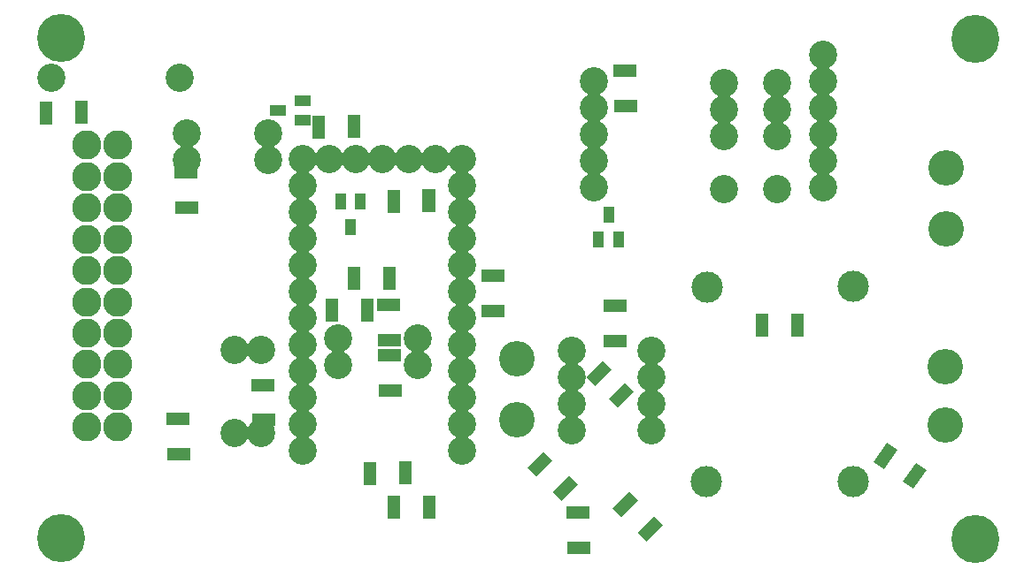
<source format=gbr>
%FSLAX34Y34*%
%MOMM*%
%LNSOLDERMASK_TOP*%
G71*
G01*
%ADD10C,2.700*%
%ADD11R,2.200X1.200*%
%ADD12R,1.200X2.200*%
%ADD13C,3.400*%
%ADD14R,1.000X1.500*%
%ADD15R,1.500X1.000*%
%ADD16C,4.600*%
%ADD17C,2.800*%
%ADD18C,3.000*%
%LPD*%
X163384Y-134524D02*
G54D10*
D03*
X163384Y-159924D02*
G54D10*
D03*
X241171Y-134524D02*
G54D10*
D03*
X241171Y-159924D02*
G54D10*
D03*
X426292Y-437813D02*
G54D10*
D03*
X426292Y-412413D02*
G54D10*
D03*
X426292Y-387013D02*
G54D10*
D03*
X426292Y-361613D02*
G54D10*
D03*
X426292Y-234613D02*
G54D10*
D03*
X426292Y-209213D02*
G54D10*
D03*
X426292Y-183813D02*
G54D10*
D03*
X426292Y-158413D02*
G54D10*
D03*
X273892Y-437813D02*
G54D10*
D03*
X273892Y-412413D02*
G54D10*
D03*
X273892Y-387013D02*
G54D10*
D03*
X273892Y-361613D02*
G54D10*
D03*
X273892Y-234613D02*
G54D10*
D03*
X273892Y-209213D02*
G54D10*
D03*
X273892Y-183813D02*
G54D10*
D03*
X273892Y-158413D02*
G54D10*
D03*
X426292Y-336213D02*
G54D10*
D03*
X273892Y-336213D02*
G54D10*
D03*
X426292Y-310813D02*
G54D10*
D03*
X273892Y-310813D02*
G54D10*
D03*
X426292Y-285413D02*
G54D10*
D03*
X273892Y-285413D02*
G54D10*
D03*
X426292Y-260013D02*
G54D10*
D03*
X273892Y-260013D02*
G54D10*
D03*
X531721Y-342424D02*
G54D10*
D03*
X607921Y-342424D02*
G54D10*
D03*
X531721Y-367824D02*
G54D10*
D03*
X531721Y-393224D02*
G54D10*
D03*
X531721Y-418624D02*
G54D10*
D03*
X607921Y-367824D02*
G54D10*
D03*
X607921Y-393224D02*
G54D10*
D03*
X607921Y-418624D02*
G54D10*
D03*
G36*
X575475Y-397010D02*
X566990Y-388525D01*
X582546Y-372968D01*
X591031Y-381453D01*
X575475Y-397010D01*
G37*
G36*
X553979Y-376079D02*
X545494Y-367594D01*
X561050Y-352038D01*
X569535Y-360523D01*
X553979Y-376079D01*
G37*
X208743Y-421386D02*
G54D10*
D03*
X234143Y-421386D02*
G54D10*
D03*
X208743Y-342012D02*
G54D10*
D03*
X234143Y-342011D02*
G54D10*
D03*
X383897Y-356018D02*
G54D10*
D03*
X383897Y-330618D02*
G54D10*
D03*
X307697Y-356018D02*
G54D10*
D03*
X307697Y-330618D02*
G54D10*
D03*
X357192Y-346978D02*
G54D11*
D03*
X357692Y-380778D02*
G54D11*
D03*
X677116Y-86184D02*
G54D10*
D03*
X727916Y-86184D02*
G54D10*
D03*
X677116Y-111584D02*
G54D10*
D03*
X677116Y-136984D02*
G54D10*
D03*
X727916Y-111584D02*
G54D10*
D03*
X727916Y-136984D02*
G54D10*
D03*
X677116Y-187784D02*
G54D10*
D03*
X727916Y-187784D02*
G54D10*
D03*
X713483Y-318143D02*
G54D12*
D03*
G36*
X741283Y-306643D02*
X753283Y-306643D01*
X753283Y-328643D01*
X741283Y-328643D01*
X741283Y-306643D01*
G37*
X889034Y-357853D02*
G54D13*
D03*
X889034Y-413653D02*
G54D13*
D03*
X299292Y-158413D02*
G54D10*
D03*
X324692Y-158413D02*
G54D10*
D03*
X350092Y-158413D02*
G54D10*
D03*
X375492Y-158413D02*
G54D10*
D03*
X400892Y-158413D02*
G54D10*
D03*
X573225Y-332760D02*
G54D11*
D03*
X572725Y-298960D02*
G54D11*
D03*
X557277Y-236175D02*
G54D14*
D03*
X576399Y-236098D02*
G54D14*
D03*
X566886Y-212015D02*
G54D14*
D03*
X274281Y-121827D02*
G54D15*
D03*
X274204Y-102704D02*
G54D15*
D03*
X250120Y-112218D02*
G54D15*
D03*
G36*
X283536Y-117137D02*
X295536Y-117137D01*
X295536Y-139137D01*
X283536Y-139137D01*
X283536Y-117137D01*
G37*
G36*
X317336Y-116637D02*
X329336Y-116637D01*
X329336Y-138637D01*
X317336Y-138637D01*
X317336Y-116637D01*
G37*
X356572Y-298379D02*
G54D11*
D03*
X357072Y-332179D02*
G54D11*
D03*
X395069Y-491958D02*
G54D12*
D03*
X361269Y-492458D02*
G54D12*
D03*
G36*
X586179Y-477465D02*
X594664Y-485950D01*
X579108Y-501506D01*
X570623Y-493021D01*
X586179Y-477465D01*
G37*
G36*
X610432Y-501012D02*
X618918Y-509496D01*
X603362Y-525054D01*
X594877Y-516569D01*
X610432Y-501012D01*
G37*
G36*
X858056Y-474681D02*
X848226Y-467798D01*
X860845Y-449776D01*
X870674Y-456659D01*
X858056Y-474681D01*
G37*
G36*
X830082Y-455704D02*
X820252Y-448821D01*
X832871Y-430799D01*
X842700Y-437682D01*
X830082Y-455704D01*
G37*
G36*
X504694Y-438650D02*
X513179Y-447135D01*
X497623Y-462692D01*
X489138Y-454206D01*
X504694Y-438650D01*
G37*
G36*
X528947Y-462196D02*
X537433Y-470681D01*
X521877Y-486238D01*
X513392Y-477754D01*
X528947Y-462196D01*
G37*
X538298Y-531486D02*
G54D11*
D03*
X537798Y-497686D02*
G54D11*
D03*
X456082Y-270544D02*
G54D11*
D03*
X456582Y-304344D02*
G54D11*
D03*
X582869Y-108111D02*
G54D11*
D03*
X582369Y-74311D02*
G54D11*
D03*
X889875Y-167523D02*
G54D13*
D03*
X889895Y-225358D02*
G54D13*
D03*
X552621Y-84524D02*
G54D10*
D03*
X552621Y-109924D02*
G54D10*
D03*
X552621Y-135324D02*
G54D10*
D03*
X552621Y-160724D02*
G54D10*
D03*
X552621Y-186124D02*
G54D10*
D03*
X771709Y-59090D02*
G54D10*
D03*
X771709Y-84490D02*
G54D10*
D03*
X771709Y-109890D02*
G54D10*
D03*
X771709Y-135290D02*
G54D10*
D03*
X771709Y-160690D02*
G54D10*
D03*
X771709Y-186090D02*
G54D10*
D03*
X917675Y-523068D02*
G54D16*
D03*
X67391Y-145595D02*
G54D17*
D03*
X67391Y-175595D02*
G54D17*
D03*
X67391Y-205595D02*
G54D17*
D03*
X67391Y-235595D02*
G54D17*
D03*
X67391Y-265595D02*
G54D17*
D03*
X67391Y-295595D02*
G54D17*
D03*
X67391Y-325595D02*
G54D17*
D03*
X67391Y-355595D02*
G54D17*
D03*
X67391Y-385595D02*
G54D17*
D03*
X67391Y-415595D02*
G54D17*
D03*
X97391Y-145595D02*
G54D17*
D03*
X97391Y-175595D02*
G54D17*
D03*
X97391Y-205595D02*
G54D17*
D03*
X97391Y-235595D02*
G54D17*
D03*
X97391Y-265595D02*
G54D17*
D03*
X97391Y-295595D02*
G54D17*
D03*
X97391Y-325595D02*
G54D17*
D03*
X97391Y-355595D02*
G54D17*
D03*
X97391Y-385595D02*
G54D17*
D03*
X97391Y-415595D02*
G54D17*
D03*
X236465Y-408898D02*
G54D11*
D03*
X235965Y-375098D02*
G54D11*
D03*
X162304Y-171682D02*
G54D11*
D03*
X162804Y-205482D02*
G54D11*
D03*
X34051Y-81261D02*
G54D10*
D03*
X156595Y-81182D02*
G54D10*
D03*
X917299Y-43346D02*
G54D16*
D03*
G36*
X317186Y-262328D02*
X329186Y-262328D01*
X329186Y-284328D01*
X317186Y-284328D01*
X317186Y-262328D01*
G37*
G36*
X350986Y-261828D02*
X362986Y-261828D01*
X362986Y-283828D01*
X350986Y-283828D01*
X350986Y-261828D01*
G37*
G36*
X296019Y-292788D02*
X308019Y-292788D01*
X308019Y-314788D01*
X296019Y-314788D01*
X296019Y-292788D01*
G37*
G36*
X329819Y-292288D02*
X341819Y-292288D01*
X341819Y-314288D01*
X329819Y-314288D01*
X329819Y-292288D01*
G37*
X660856Y-281119D02*
G54D18*
D03*
X800414Y-467476D02*
G54D18*
D03*
X660579Y-467468D02*
G54D18*
D03*
X800592Y-281053D02*
G54D18*
D03*
G36*
X332827Y-448790D02*
X344827Y-448790D01*
X344828Y-470790D01*
X332828Y-470790D01*
X332827Y-448790D01*
G37*
G36*
X366627Y-448290D02*
X378627Y-448290D01*
X378628Y-470290D01*
X366628Y-470290D01*
X366627Y-448290D01*
G37*
G36*
X22905Y-103406D02*
X34905Y-103406D01*
X34905Y-125406D01*
X22905Y-125406D01*
X22905Y-103406D01*
G37*
G36*
X56705Y-102906D02*
X68705Y-102906D01*
X68705Y-124906D01*
X56705Y-124906D01*
X56705Y-102906D01*
G37*
X155407Y-441550D02*
G54D11*
D03*
X154907Y-407750D02*
G54D11*
D03*
X43183Y-522176D02*
G54D16*
D03*
X329364Y-199495D02*
G54D14*
D03*
X310242Y-199572D02*
G54D14*
D03*
X319755Y-223655D02*
G54D14*
D03*
G36*
X355052Y-188440D02*
X367052Y-188440D01*
X367053Y-210440D01*
X355053Y-210440D01*
X355052Y-188440D01*
G37*
G36*
X388852Y-187940D02*
X400852Y-187940D01*
X400853Y-209940D01*
X388853Y-209940D01*
X388852Y-187940D01*
G37*
X42807Y-42455D02*
G54D16*
D03*
X478926Y-350282D02*
G54D13*
D03*
X478946Y-408116D02*
G54D13*
D03*
M02*

</source>
